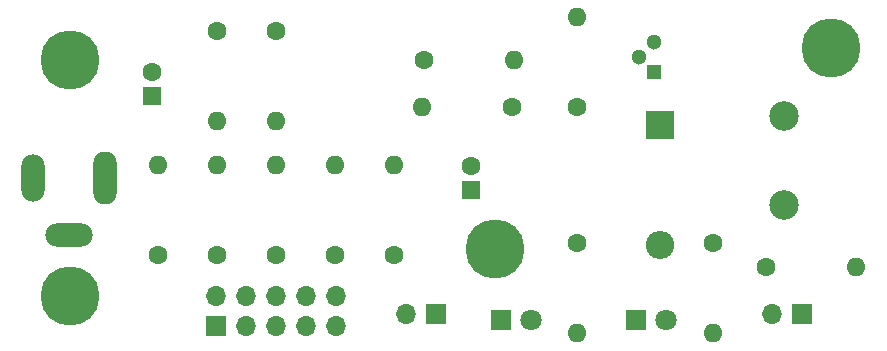
<source format=gbs>
G04 #@! TF.GenerationSoftware,KiCad,Pcbnew,(5.1.10)-1*
G04 #@! TF.CreationDate,2021-08-27T01:26:18-04:00*
G04 #@! TF.ProjectId,Water_Valve_Sensor,57617465-725f-4566-916c-76655f53656e,rev?*
G04 #@! TF.SameCoordinates,Original*
G04 #@! TF.FileFunction,Soldermask,Bot*
G04 #@! TF.FilePolarity,Negative*
%FSLAX46Y46*%
G04 Gerber Fmt 4.6, Leading zero omitted, Abs format (unit mm)*
G04 Created by KiCad (PCBNEW (5.1.10)-1) date 2021-08-27 01:26:18*
%MOMM*%
%LPD*%
G01*
G04 APERTURE LIST*
%ADD10O,1.600000X1.600000*%
%ADD11C,1.600000*%
%ADD12C,2.500000*%
%ADD13C,5.000000*%
%ADD14C,2.900000*%
%ADD15O,2.000000X4.500000*%
%ADD16O,4.000000X2.000000*%
%ADD17O,2.000000X4.000000*%
%ADD18O,1.700000X1.700000*%
%ADD19R,1.700000X1.700000*%
%ADD20R,1.600000X1.600000*%
%ADD21R,1.300000X1.300000*%
%ADD22C,1.300000*%
%ADD23C,1.800000*%
%ADD24R,1.800000X1.800000*%
%ADD25O,2.400000X2.400000*%
%ADD26R,2.400000X2.400000*%
G04 APERTURE END LIST*
D10*
X106620000Y-143500000D03*
D11*
X99000000Y-143500000D03*
D12*
X100500000Y-130700000D03*
X100500000Y-138300000D03*
D13*
X104500000Y-125000000D03*
D14*
X104500000Y-125000000D03*
D15*
X43000000Y-136000000D03*
D16*
X39952000Y-140826000D03*
D17*
X36904000Y-136000000D03*
D18*
X68460000Y-147500000D03*
D19*
X71000000Y-147500000D03*
D13*
X76000000Y-142000000D03*
D14*
X76000000Y-142000000D03*
D13*
X40000000Y-146000000D03*
D14*
X40000000Y-146000000D03*
D13*
X40000000Y-126000000D03*
D14*
X40000000Y-126000000D03*
D18*
X99460000Y-147500000D03*
D19*
X102000000Y-147500000D03*
D18*
X62540000Y-145960000D03*
X62540000Y-148500000D03*
X60000000Y-145960000D03*
X60000000Y-148500000D03*
X57460000Y-145960000D03*
X57460000Y-148500000D03*
X54920000Y-145960000D03*
X54920000Y-148500000D03*
X52380000Y-145960000D03*
D19*
X52380000Y-148500000D03*
D11*
X74000000Y-135000000D03*
D20*
X74000000Y-137000000D03*
D10*
X83000000Y-149120000D03*
D11*
X83000000Y-141500000D03*
D10*
X83000000Y-122380000D03*
D11*
X83000000Y-130000000D03*
D10*
X69880000Y-130000000D03*
D11*
X77500000Y-130000000D03*
D10*
X77620000Y-126000000D03*
D11*
X70000000Y-126000000D03*
D10*
X94500000Y-149120000D03*
D11*
X94500000Y-141500000D03*
D10*
X67500000Y-134880000D03*
D11*
X67500000Y-142500000D03*
D10*
X62500000Y-134880000D03*
D11*
X62500000Y-142500000D03*
D10*
X57500000Y-134880000D03*
D11*
X57500000Y-142500000D03*
D10*
X52500000Y-134880000D03*
D11*
X52500000Y-142500000D03*
D10*
X47500000Y-134880000D03*
D11*
X47500000Y-142500000D03*
D10*
X52500000Y-131120000D03*
D11*
X52500000Y-123500000D03*
D10*
X57500000Y-131120000D03*
D11*
X57500000Y-123500000D03*
D21*
X89500000Y-127000000D03*
D22*
X89500000Y-124460000D03*
X88230000Y-125730000D03*
D23*
X79040000Y-148000000D03*
D24*
X76500000Y-148000000D03*
D25*
X90000000Y-141660000D03*
D26*
X90000000Y-131500000D03*
D23*
X90540000Y-148000000D03*
D24*
X88000000Y-148000000D03*
D11*
X47000000Y-127000000D03*
D20*
X47000000Y-129000000D03*
M02*

</source>
